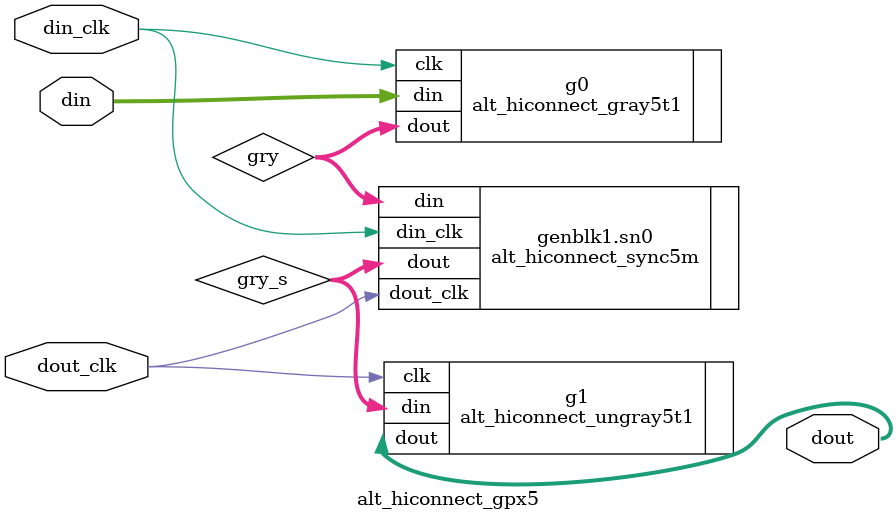
<source format=v>




`timescale 1ps/1ps

// DESCRIPTION
// Gray pointer clock domain crossing. 5 bits wide.
// Generated by one of Gregg's toys.   Share And Enjoy.

module alt_hiconnect_gpx5 #(
    parameter SIM_CLK_JITTER = 1'b0,
    parameter SIM_EMULATE = 1'b0
) (
    input din_clk,
    input [4:0] din,
    input dout_clk,
    output [4:0] dout
);

// convert to gray
wire [4:0] gry;
alt_hiconnect_gray5t1 g0 (
    .clk(din_clk),
    .din(din),
    .dout(gry)
);
defparam g0 .SIM_EMULATE = SIM_EMULATE;

// cross domains
wire [4:0] gry_s;
generate
if (SIM_CLK_JITTER) begin
    // simulation only option, pretend to have clock jitter
    alt_sync5j sn0 (
        .din_clk(din_clk),
        .din(gry),
        .dout_clk(dout_clk),
        .dout(gry_s)
    );
    defparam sn0 .SIM_EMULATE = SIM_EMULATE;

end else begin
    // regular MLAB synchronizer
    alt_hiconnect_sync5m sn0 (
        .din_clk(din_clk),
        .din(gry),
        .dout_clk(dout_clk),
        .dout(gry_s)
    );
    defparam sn0 .SIM_EMULATE = SIM_EMULATE;

end
endgenerate

// convert back from gray
alt_hiconnect_ungray5t1 g1 (
    .clk(dout_clk),
    .din(gry_s),
    .dout(dout)
);
defparam g1 .SIM_EMULATE = SIM_EMULATE;

endmodule


</source>
